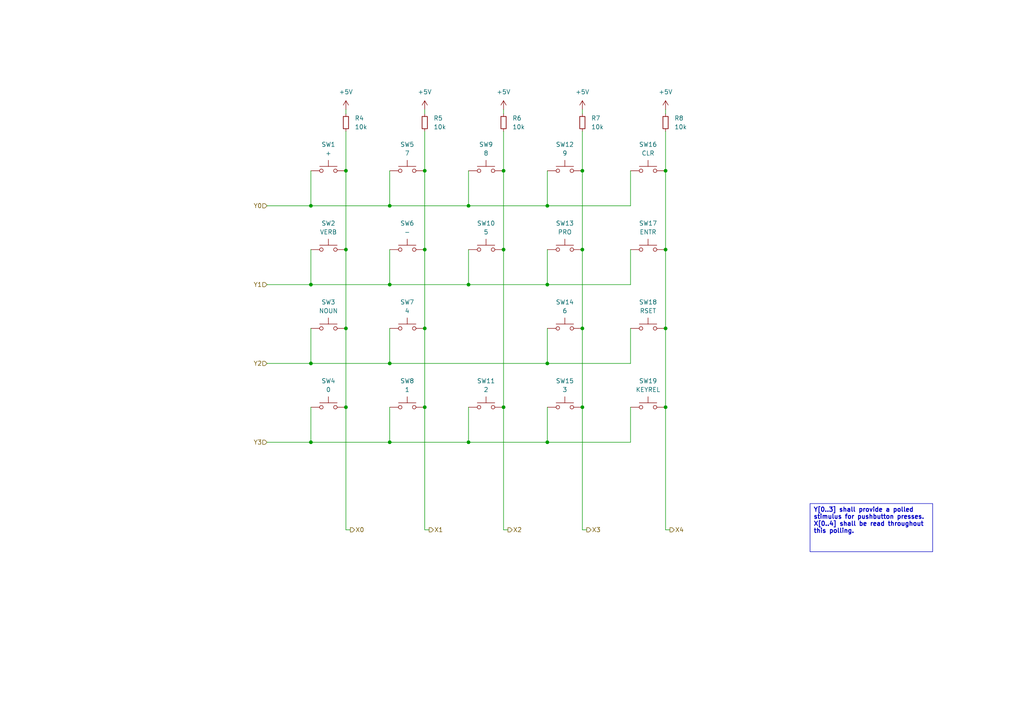
<source format=kicad_sch>
(kicad_sch
	(version 20231120)
	(generator "eeschema")
	(generator_version "8.0")
	(uuid "09b76ad5-68fd-4565-b6d6-3104af96c8bb")
	(paper "A4")
	(title_block
		(title "DSKY Button Matrix")
		(date "2024-06-02")
		(rev "0.5.x")
		(company "Pablo Ortiz López, Evan MacDonald")
	)
	(lib_symbols
		(symbol "Device:R_Small"
			(pin_numbers hide)
			(pin_names
				(offset 0.254) hide)
			(exclude_from_sim no)
			(in_bom yes)
			(on_board yes)
			(property "Reference" "R"
				(at 0.762 0.508 0)
				(effects
					(font
						(size 1.27 1.27)
					)
					(justify left)
				)
			)
			(property "Value" "R_Small"
				(at 0.762 -1.016 0)
				(effects
					(font
						(size 1.27 1.27)
					)
					(justify left)
				)
			)
			(property "Footprint" ""
				(at 0 0 0)
				(effects
					(font
						(size 1.27 1.27)
					)
					(hide yes)
				)
			)
			(property "Datasheet" "~"
				(at 0 0 0)
				(effects
					(font
						(size 1.27 1.27)
					)
					(hide yes)
				)
			)
			(property "Description" "Resistor, small symbol"
				(at 0 0 0)
				(effects
					(font
						(size 1.27 1.27)
					)
					(hide yes)
				)
			)
			(property "ki_keywords" "R resistor"
				(at 0 0 0)
				(effects
					(font
						(size 1.27 1.27)
					)
					(hide yes)
				)
			)
			(property "ki_fp_filters" "R_*"
				(at 0 0 0)
				(effects
					(font
						(size 1.27 1.27)
					)
					(hide yes)
				)
			)
			(symbol "R_Small_0_1"
				(rectangle
					(start -0.762 1.778)
					(end 0.762 -1.778)
					(stroke
						(width 0.2032)
						(type default)
					)
					(fill
						(type none)
					)
				)
			)
			(symbol "R_Small_1_1"
				(pin passive line
					(at 0 2.54 270)
					(length 0.762)
					(name "~"
						(effects
							(font
								(size 1.27 1.27)
							)
						)
					)
					(number "1"
						(effects
							(font
								(size 1.27 1.27)
							)
						)
					)
				)
				(pin passive line
					(at 0 -2.54 90)
					(length 0.762)
					(name "~"
						(effects
							(font
								(size 1.27 1.27)
							)
						)
					)
					(number "2"
						(effects
							(font
								(size 1.27 1.27)
							)
						)
					)
				)
			)
		)
		(symbol "Switch:SW_Push"
			(pin_numbers hide)
			(pin_names
				(offset 1.016) hide)
			(exclude_from_sim no)
			(in_bom yes)
			(on_board yes)
			(property "Reference" "SW"
				(at 1.27 2.54 0)
				(effects
					(font
						(size 1.27 1.27)
					)
					(justify left)
				)
			)
			(property "Value" "SW_Push"
				(at 0 -1.524 0)
				(effects
					(font
						(size 1.27 1.27)
					)
				)
			)
			(property "Footprint" ""
				(at 0 5.08 0)
				(effects
					(font
						(size 1.27 1.27)
					)
					(hide yes)
				)
			)
			(property "Datasheet" "~"
				(at 0 5.08 0)
				(effects
					(font
						(size 1.27 1.27)
					)
					(hide yes)
				)
			)
			(property "Description" "Push button switch, generic, two pins"
				(at 0 0 0)
				(effects
					(font
						(size 1.27 1.27)
					)
					(hide yes)
				)
			)
			(property "ki_keywords" "switch normally-open pushbutton push-button"
				(at 0 0 0)
				(effects
					(font
						(size 1.27 1.27)
					)
					(hide yes)
				)
			)
			(symbol "SW_Push_0_1"
				(circle
					(center -2.032 0)
					(radius 0.508)
					(stroke
						(width 0)
						(type default)
					)
					(fill
						(type none)
					)
				)
				(polyline
					(pts
						(xy 0 1.27) (xy 0 3.048)
					)
					(stroke
						(width 0)
						(type default)
					)
					(fill
						(type none)
					)
				)
				(polyline
					(pts
						(xy 2.54 1.27) (xy -2.54 1.27)
					)
					(stroke
						(width 0)
						(type default)
					)
					(fill
						(type none)
					)
				)
				(circle
					(center 2.032 0)
					(radius 0.508)
					(stroke
						(width 0)
						(type default)
					)
					(fill
						(type none)
					)
				)
				(pin passive line
					(at -5.08 0 0)
					(length 2.54)
					(name "1"
						(effects
							(font
								(size 1.27 1.27)
							)
						)
					)
					(number "1"
						(effects
							(font
								(size 1.27 1.27)
							)
						)
					)
				)
				(pin passive line
					(at 5.08 0 180)
					(length 2.54)
					(name "2"
						(effects
							(font
								(size 1.27 1.27)
							)
						)
					)
					(number "2"
						(effects
							(font
								(size 1.27 1.27)
							)
						)
					)
				)
			)
		)
		(symbol "power:+5V"
			(power)
			(pin_names
				(offset 0)
			)
			(exclude_from_sim no)
			(in_bom yes)
			(on_board yes)
			(property "Reference" "#PWR"
				(at 0 -3.81 0)
				(effects
					(font
						(size 1.27 1.27)
					)
					(hide yes)
				)
			)
			(property "Value" "+5V"
				(at 0 3.556 0)
				(effects
					(font
						(size 1.27 1.27)
					)
				)
			)
			(property "Footprint" ""
				(at 0 0 0)
				(effects
					(font
						(size 1.27 1.27)
					)
					(hide yes)
				)
			)
			(property "Datasheet" ""
				(at 0 0 0)
				(effects
					(font
						(size 1.27 1.27)
					)
					(hide yes)
				)
			)
			(property "Description" "Power symbol creates a global label with name \"+5V\""
				(at 0 0 0)
				(effects
					(font
						(size 1.27 1.27)
					)
					(hide yes)
				)
			)
			(property "ki_keywords" "global power"
				(at 0 0 0)
				(effects
					(font
						(size 1.27 1.27)
					)
					(hide yes)
				)
			)
			(symbol "+5V_0_1"
				(polyline
					(pts
						(xy -0.762 1.27) (xy 0 2.54)
					)
					(stroke
						(width 0)
						(type default)
					)
					(fill
						(type none)
					)
				)
				(polyline
					(pts
						(xy 0 0) (xy 0 2.54)
					)
					(stroke
						(width 0)
						(type default)
					)
					(fill
						(type none)
					)
				)
				(polyline
					(pts
						(xy 0 2.54) (xy 0.762 1.27)
					)
					(stroke
						(width 0)
						(type default)
					)
					(fill
						(type none)
					)
				)
			)
			(symbol "+5V_1_1"
				(pin power_in line
					(at 0 0 90)
					(length 0) hide
					(name "+5V"
						(effects
							(font
								(size 1.27 1.27)
							)
						)
					)
					(number "1"
						(effects
							(font
								(size 1.27 1.27)
							)
						)
					)
				)
			)
		)
	)
	(junction
		(at 146.05 118.11)
		(diameter 0)
		(color 0 0 0 0)
		(uuid "06db4b74-9317-4398-af74-9a8b7e527a5f")
	)
	(junction
		(at 168.91 95.25)
		(diameter 0)
		(color 0 0 0 0)
		(uuid "0a5cbcc0-18ad-4a6e-9212-2936c7667c51")
	)
	(junction
		(at 123.19 72.39)
		(diameter 0)
		(color 0 0 0 0)
		(uuid "0efbc43b-56eb-413e-af08-161d6e0c525b")
	)
	(junction
		(at 158.75 105.41)
		(diameter 0)
		(color 0 0 0 0)
		(uuid "1991084f-3e54-4fb2-b043-52109b1e7779")
	)
	(junction
		(at 123.19 95.25)
		(diameter 0)
		(color 0 0 0 0)
		(uuid "1faa371c-adb5-4b4e-b522-477df0f45c12")
	)
	(junction
		(at 158.75 82.55)
		(diameter 0)
		(color 0 0 0 0)
		(uuid "20ab4569-ad3f-44b1-9433-11b4755e982b")
	)
	(junction
		(at 113.03 128.27)
		(diameter 0)
		(color 0 0 0 0)
		(uuid "2c594534-c056-4617-9771-566daa49ab0a")
	)
	(junction
		(at 100.33 49.53)
		(diameter 0)
		(color 0 0 0 0)
		(uuid "35969b1a-8c4e-433a-a3b7-3b16a1a5f88c")
	)
	(junction
		(at 193.04 118.11)
		(diameter 0)
		(color 0 0 0 0)
		(uuid "37a9992c-0179-4c68-af45-2076c70f651c")
	)
	(junction
		(at 123.19 49.53)
		(diameter 0)
		(color 0 0 0 0)
		(uuid "434e08c2-ebd6-45e2-8bec-ab69f5123145")
	)
	(junction
		(at 158.75 59.69)
		(diameter 0)
		(color 0 0 0 0)
		(uuid "44e3a3ab-582f-478d-9616-03e1be4d85dd")
	)
	(junction
		(at 168.91 49.53)
		(diameter 0)
		(color 0 0 0 0)
		(uuid "46f779e9-b492-4311-84eb-0b34110b2d46")
	)
	(junction
		(at 90.17 128.27)
		(diameter 0)
		(color 0 0 0 0)
		(uuid "4e9399dc-b1a5-45e7-87da-3ef5146102d5")
	)
	(junction
		(at 123.19 118.11)
		(diameter 0)
		(color 0 0 0 0)
		(uuid "554f629a-c05f-4093-863d-cef6d350a996")
	)
	(junction
		(at 168.91 72.39)
		(diameter 0)
		(color 0 0 0 0)
		(uuid "62bb14f6-b3d3-4465-a3ae-21e2c3688cff")
	)
	(junction
		(at 113.03 59.69)
		(diameter 0)
		(color 0 0 0 0)
		(uuid "7269bde8-0762-4b22-936c-92193b3b22eb")
	)
	(junction
		(at 135.89 82.55)
		(diameter 0)
		(color 0 0 0 0)
		(uuid "745a2723-b94e-49a8-b22d-d7c31e03becb")
	)
	(junction
		(at 90.17 105.41)
		(diameter 0)
		(color 0 0 0 0)
		(uuid "748fb940-e443-46cf-b2e5-adb67f3d9c22")
	)
	(junction
		(at 168.91 118.11)
		(diameter 0)
		(color 0 0 0 0)
		(uuid "79323b30-4230-47fb-9846-3c6b5293269d")
	)
	(junction
		(at 90.17 59.69)
		(diameter 0)
		(color 0 0 0 0)
		(uuid "7e53a870-f4dc-406c-9ae1-13d34c43d120")
	)
	(junction
		(at 193.04 72.39)
		(diameter 0)
		(color 0 0 0 0)
		(uuid "849e33a5-d5eb-4050-881e-25e8a2a68f18")
	)
	(junction
		(at 158.75 128.27)
		(diameter 0)
		(color 0 0 0 0)
		(uuid "85c66c91-1d92-4551-ab79-856a93db1da7")
	)
	(junction
		(at 193.04 49.53)
		(diameter 0)
		(color 0 0 0 0)
		(uuid "8ce8ed5e-7de8-415e-8b6b-069385923242")
	)
	(junction
		(at 100.33 72.39)
		(diameter 0)
		(color 0 0 0 0)
		(uuid "958576fb-611c-4e07-90cf-df69aec4691e")
	)
	(junction
		(at 193.04 95.25)
		(diameter 0)
		(color 0 0 0 0)
		(uuid "9bce73d5-3f83-40fa-828c-f9a31dc49796")
	)
	(junction
		(at 100.33 95.25)
		(diameter 0)
		(color 0 0 0 0)
		(uuid "ab4568f4-9e21-45a0-b000-6e0e655695a8")
	)
	(junction
		(at 100.33 118.11)
		(diameter 0)
		(color 0 0 0 0)
		(uuid "b0d35ab6-1211-4ea5-971c-ae37e8840d0d")
	)
	(junction
		(at 135.89 59.69)
		(diameter 0)
		(color 0 0 0 0)
		(uuid "c60f4d98-8460-4a04-958f-325e9d1b3e1c")
	)
	(junction
		(at 135.89 128.27)
		(diameter 0)
		(color 0 0 0 0)
		(uuid "cea36c88-cbe4-4909-b512-ef80f9a5e785")
	)
	(junction
		(at 90.17 82.55)
		(diameter 0)
		(color 0 0 0 0)
		(uuid "e40507a9-8a7f-46d6-a58c-51e3cbd9a1af")
	)
	(junction
		(at 113.03 105.41)
		(diameter 0)
		(color 0 0 0 0)
		(uuid "e689f92a-9924-47ea-beee-4ee6db97769f")
	)
	(junction
		(at 146.05 49.53)
		(diameter 0)
		(color 0 0 0 0)
		(uuid "ea342723-8f8a-47c0-81d5-27816a5dec57")
	)
	(junction
		(at 146.05 72.39)
		(diameter 0)
		(color 0 0 0 0)
		(uuid "f81dbea7-6795-4ec1-ba24-dc85d3d2570f")
	)
	(junction
		(at 113.03 82.55)
		(diameter 0)
		(color 0 0 0 0)
		(uuid "fcb8e16f-8f5a-4e62-b906-8f54077c1a5c")
	)
	(wire
		(pts
			(xy 193.04 95.25) (xy 193.04 118.11)
		)
		(stroke
			(width 0)
			(type default)
		)
		(uuid "01d9b416-6224-4d6d-b939-0ab4b5a648ab")
	)
	(wire
		(pts
			(xy 146.05 72.39) (xy 146.05 118.11)
		)
		(stroke
			(width 0)
			(type default)
		)
		(uuid "0d1fedc6-f28f-48e7-8fa5-d28ef00a5d1e")
	)
	(wire
		(pts
			(xy 194.31 153.67) (xy 193.04 153.67)
		)
		(stroke
			(width 0)
			(type default)
		)
		(uuid "0ec5760e-1471-4c0c-8114-305d38d92a8e")
	)
	(wire
		(pts
			(xy 90.17 82.55) (xy 113.03 82.55)
		)
		(stroke
			(width 0)
			(type default)
		)
		(uuid "15dba982-5cd7-4335-bc7b-f10553d21129")
	)
	(wire
		(pts
			(xy 100.33 38.1) (xy 100.33 49.53)
		)
		(stroke
			(width 0)
			(type default)
		)
		(uuid "284d6d7e-6d1f-465f-82ab-53c70debe9b3")
	)
	(wire
		(pts
			(xy 77.47 128.27) (xy 90.17 128.27)
		)
		(stroke
			(width 0)
			(type default)
		)
		(uuid "2a14ee52-3760-4e52-a816-d5a4730ed289")
	)
	(wire
		(pts
			(xy 124.46 153.67) (xy 123.19 153.67)
		)
		(stroke
			(width 0)
			(type default)
		)
		(uuid "2f11d23b-9da5-4c22-94e1-1153485018ea")
	)
	(wire
		(pts
			(xy 135.89 118.11) (xy 135.89 128.27)
		)
		(stroke
			(width 0)
			(type default)
		)
		(uuid "2fbe3eec-5e65-4a0a-a045-60e93451af04")
	)
	(wire
		(pts
			(xy 113.03 128.27) (xy 135.89 128.27)
		)
		(stroke
			(width 0)
			(type default)
		)
		(uuid "30f74eb0-c329-4ab8-b447-d787924926c4")
	)
	(wire
		(pts
			(xy 77.47 59.69) (xy 90.17 59.69)
		)
		(stroke
			(width 0)
			(type default)
		)
		(uuid "3262b7f0-cc98-45a3-8291-69e3245e4cc9")
	)
	(wire
		(pts
			(xy 168.91 31.75) (xy 168.91 33.02)
		)
		(stroke
			(width 0)
			(type default)
		)
		(uuid "3748218e-90f2-424d-b3ee-95f39bcf5811")
	)
	(wire
		(pts
			(xy 90.17 49.53) (xy 90.17 59.69)
		)
		(stroke
			(width 0)
			(type default)
		)
		(uuid "3b982142-aab9-4cc5-aa31-2f88e55aa33a")
	)
	(wire
		(pts
			(xy 113.03 49.53) (xy 113.03 59.69)
		)
		(stroke
			(width 0)
			(type default)
		)
		(uuid "403ce889-5bfb-4156-b423-315eb7d1ffd2")
	)
	(wire
		(pts
			(xy 135.89 82.55) (xy 158.75 82.55)
		)
		(stroke
			(width 0)
			(type default)
		)
		(uuid "47458634-6386-47ba-994f-b070eaa9095e")
	)
	(wire
		(pts
			(xy 123.19 153.67) (xy 123.19 118.11)
		)
		(stroke
			(width 0)
			(type default)
		)
		(uuid "474a197c-da22-49f5-90be-de07472ed5a5")
	)
	(wire
		(pts
			(xy 146.05 49.53) (xy 146.05 72.39)
		)
		(stroke
			(width 0)
			(type default)
		)
		(uuid "4808e43b-c384-45d7-921b-7cc593501640")
	)
	(wire
		(pts
			(xy 193.04 38.1) (xy 193.04 49.53)
		)
		(stroke
			(width 0)
			(type default)
		)
		(uuid "507d1061-69d6-4c76-b515-0efa0d9f9c5e")
	)
	(wire
		(pts
			(xy 90.17 95.25) (xy 90.17 105.41)
		)
		(stroke
			(width 0)
			(type default)
		)
		(uuid "50bc5d09-159a-43c7-967a-ad2d47cde9d4")
	)
	(wire
		(pts
			(xy 158.75 72.39) (xy 158.75 82.55)
		)
		(stroke
			(width 0)
			(type default)
		)
		(uuid "52ebd699-8990-4996-ab78-a525f336ee1b")
	)
	(wire
		(pts
			(xy 113.03 95.25) (xy 113.03 105.41)
		)
		(stroke
			(width 0)
			(type default)
		)
		(uuid "53a2b489-554e-4557-90bc-a781bcc0eea9")
	)
	(wire
		(pts
			(xy 193.04 72.39) (xy 193.04 95.25)
		)
		(stroke
			(width 0)
			(type default)
		)
		(uuid "549357b0-f00d-4728-a75c-6fb8efd12d2b")
	)
	(wire
		(pts
			(xy 123.19 38.1) (xy 123.19 49.53)
		)
		(stroke
			(width 0)
			(type default)
		)
		(uuid "5625a736-3dc2-4cce-8097-516c09b37c2b")
	)
	(wire
		(pts
			(xy 193.04 31.75) (xy 193.04 33.02)
		)
		(stroke
			(width 0)
			(type default)
		)
		(uuid "5c9bb615-cc23-4de5-ac93-399d91ec27cc")
	)
	(wire
		(pts
			(xy 77.47 82.55) (xy 90.17 82.55)
		)
		(stroke
			(width 0)
			(type default)
		)
		(uuid "654de571-b253-4207-bae1-0ba53e9f6370")
	)
	(wire
		(pts
			(xy 146.05 31.75) (xy 146.05 33.02)
		)
		(stroke
			(width 0)
			(type default)
		)
		(uuid "69d40daf-916c-4ecf-87a8-726d6dc5961e")
	)
	(wire
		(pts
			(xy 113.03 72.39) (xy 113.03 82.55)
		)
		(stroke
			(width 0)
			(type default)
		)
		(uuid "71f441ee-b87f-46c4-a906-ea12e944e845")
	)
	(wire
		(pts
			(xy 170.18 153.67) (xy 168.91 153.67)
		)
		(stroke
			(width 0)
			(type default)
		)
		(uuid "7318368e-0cf8-438c-95d7-9e8a870088e5")
	)
	(wire
		(pts
			(xy 135.89 49.53) (xy 135.89 59.69)
		)
		(stroke
			(width 0)
			(type default)
		)
		(uuid "73deeca9-2893-4173-a082-872752ad31cc")
	)
	(wire
		(pts
			(xy 158.75 128.27) (xy 182.88 128.27)
		)
		(stroke
			(width 0)
			(type default)
		)
		(uuid "768d8498-08ee-4a57-bc99-93a10f28c2ac")
	)
	(wire
		(pts
			(xy 100.33 95.25) (xy 100.33 118.11)
		)
		(stroke
			(width 0)
			(type default)
		)
		(uuid "7bf58775-7b10-4e2b-a2b0-3741a564ad71")
	)
	(wire
		(pts
			(xy 90.17 105.41) (xy 113.03 105.41)
		)
		(stroke
			(width 0)
			(type default)
		)
		(uuid "7d510a2b-4ef6-4433-be81-e5f605ad376f")
	)
	(wire
		(pts
			(xy 123.19 72.39) (xy 123.19 95.25)
		)
		(stroke
			(width 0)
			(type default)
		)
		(uuid "84a0fe2a-dce7-4672-80ab-83bc71b69c62")
	)
	(wire
		(pts
			(xy 182.88 95.25) (xy 182.88 105.41)
		)
		(stroke
			(width 0)
			(type default)
		)
		(uuid "853ddb25-7fea-495f-bc68-98358f5d0631")
	)
	(wire
		(pts
			(xy 182.88 118.11) (xy 182.88 128.27)
		)
		(stroke
			(width 0)
			(type default)
		)
		(uuid "8dba7552-663e-4369-ac49-05320673855c")
	)
	(wire
		(pts
			(xy 101.6 153.67) (xy 100.33 153.67)
		)
		(stroke
			(width 0)
			(type default)
		)
		(uuid "93b31e07-92fe-42b5-89b9-b4cf23e87f60")
	)
	(wire
		(pts
			(xy 168.91 38.1) (xy 168.91 49.53)
		)
		(stroke
			(width 0)
			(type default)
		)
		(uuid "9581a29a-4065-4704-8597-afe11b6072ed")
	)
	(wire
		(pts
			(xy 123.19 31.75) (xy 123.19 33.02)
		)
		(stroke
			(width 0)
			(type default)
		)
		(uuid "96e3d3c9-baa1-4788-adaf-5b53a824ce22")
	)
	(wire
		(pts
			(xy 146.05 38.1) (xy 146.05 49.53)
		)
		(stroke
			(width 0)
			(type default)
		)
		(uuid "a25e757f-a295-4fc9-9d2f-3004a6468f02")
	)
	(wire
		(pts
			(xy 182.88 49.53) (xy 182.88 59.69)
		)
		(stroke
			(width 0)
			(type default)
		)
		(uuid "a3f379a4-9cd4-4940-b319-2516ff26745b")
	)
	(wire
		(pts
			(xy 77.47 105.41) (xy 90.17 105.41)
		)
		(stroke
			(width 0)
			(type default)
		)
		(uuid "a6ed6954-7d44-4aa0-823a-277f7ecca52a")
	)
	(wire
		(pts
			(xy 147.32 153.67) (xy 146.05 153.67)
		)
		(stroke
			(width 0)
			(type default)
		)
		(uuid "aba44ff4-e70e-4cfd-901b-f78c49c5585b")
	)
	(wire
		(pts
			(xy 182.88 72.39) (xy 182.88 82.55)
		)
		(stroke
			(width 0)
			(type default)
		)
		(uuid "af31d91c-bd9b-4af4-95d5-ac90c73c25af")
	)
	(wire
		(pts
			(xy 168.91 95.25) (xy 168.91 118.11)
		)
		(stroke
			(width 0)
			(type default)
		)
		(uuid "afcba877-d2b4-4cad-837e-869f6abfdf31")
	)
	(wire
		(pts
			(xy 100.33 153.67) (xy 100.33 118.11)
		)
		(stroke
			(width 0)
			(type default)
		)
		(uuid "b06722cb-bc84-4445-add2-79834d3c81c5")
	)
	(wire
		(pts
			(xy 193.04 153.67) (xy 193.04 118.11)
		)
		(stroke
			(width 0)
			(type default)
		)
		(uuid "b2d1d867-b91b-4709-96d9-a21220f8b3d4")
	)
	(wire
		(pts
			(xy 113.03 59.69) (xy 135.89 59.69)
		)
		(stroke
			(width 0)
			(type default)
		)
		(uuid "b604a31e-686d-403c-9ecb-7c16c4381c1c")
	)
	(wire
		(pts
			(xy 123.19 95.25) (xy 123.19 118.11)
		)
		(stroke
			(width 0)
			(type default)
		)
		(uuid "b6069cdc-95f8-42cb-a166-d33736d621db")
	)
	(wire
		(pts
			(xy 168.91 153.67) (xy 168.91 118.11)
		)
		(stroke
			(width 0)
			(type default)
		)
		(uuid "ba4dd1e8-e151-4f43-8bfb-1d27827e8b7e")
	)
	(wire
		(pts
			(xy 158.75 118.11) (xy 158.75 128.27)
		)
		(stroke
			(width 0)
			(type default)
		)
		(uuid "bba6e3a7-aa5b-4662-8aba-ffcf62fa705d")
	)
	(wire
		(pts
			(xy 135.89 72.39) (xy 135.89 82.55)
		)
		(stroke
			(width 0)
			(type default)
		)
		(uuid "bbd67b55-008a-4e25-914d-f70365ce7612")
	)
	(wire
		(pts
			(xy 100.33 31.75) (xy 100.33 33.02)
		)
		(stroke
			(width 0)
			(type default)
		)
		(uuid "bbee12df-af86-4043-87fc-eccf3d66154e")
	)
	(wire
		(pts
			(xy 168.91 72.39) (xy 168.91 95.25)
		)
		(stroke
			(width 0)
			(type default)
		)
		(uuid "bf682c86-2fc3-4550-a7d8-011f38779c9b")
	)
	(wire
		(pts
			(xy 158.75 49.53) (xy 158.75 59.69)
		)
		(stroke
			(width 0)
			(type default)
		)
		(uuid "bf8df867-fe2a-4c01-bc66-1b8df17e9daf")
	)
	(wire
		(pts
			(xy 158.75 95.25) (xy 158.75 105.41)
		)
		(stroke
			(width 0)
			(type default)
		)
		(uuid "c0508ae9-2f7c-4b85-b3b9-7fae5bcc7be8")
	)
	(wire
		(pts
			(xy 90.17 118.11) (xy 90.17 128.27)
		)
		(stroke
			(width 0)
			(type default)
		)
		(uuid "c056007f-bfa3-45e5-9351-c004afd93b5e")
	)
	(wire
		(pts
			(xy 113.03 105.41) (xy 158.75 105.41)
		)
		(stroke
			(width 0)
			(type default)
		)
		(uuid "c0d98a2f-dff7-4f9b-b645-d01eb657354f")
	)
	(wire
		(pts
			(xy 135.89 128.27) (xy 158.75 128.27)
		)
		(stroke
			(width 0)
			(type default)
		)
		(uuid "c49ce9fb-7e08-4345-bfce-e46cb671465d")
	)
	(wire
		(pts
			(xy 90.17 59.69) (xy 113.03 59.69)
		)
		(stroke
			(width 0)
			(type default)
		)
		(uuid "c7ee513f-1f54-4f3d-a197-4efd776d5203")
	)
	(wire
		(pts
			(xy 158.75 82.55) (xy 182.88 82.55)
		)
		(stroke
			(width 0)
			(type default)
		)
		(uuid "cd550aea-8572-4e6f-9fdf-51686405aec2")
	)
	(wire
		(pts
			(xy 193.04 49.53) (xy 193.04 72.39)
		)
		(stroke
			(width 0)
			(type default)
		)
		(uuid "ceb2f004-b59e-475d-a066-eefb9912f7ab")
	)
	(wire
		(pts
			(xy 100.33 72.39) (xy 100.33 95.25)
		)
		(stroke
			(width 0)
			(type default)
		)
		(uuid "d498bec8-400e-4ffb-add0-32085fcbb98b")
	)
	(wire
		(pts
			(xy 90.17 72.39) (xy 90.17 82.55)
		)
		(stroke
			(width 0)
			(type default)
		)
		(uuid "d4ab1533-1b2a-4d6b-9143-e1f40365b087")
	)
	(wire
		(pts
			(xy 113.03 82.55) (xy 135.89 82.55)
		)
		(stroke
			(width 0)
			(type default)
		)
		(uuid "d506906a-ef93-4701-aa48-2dc9dc70ddb6")
	)
	(wire
		(pts
			(xy 168.91 49.53) (xy 168.91 72.39)
		)
		(stroke
			(width 0)
			(type default)
		)
		(uuid "e149d08d-1a33-406b-b8a9-ab00034bb3d8")
	)
	(wire
		(pts
			(xy 158.75 105.41) (xy 182.88 105.41)
		)
		(stroke
			(width 0)
			(type default)
		)
		(uuid "e577a725-7f97-4781-bb9f-a5d21a23c200")
	)
	(wire
		(pts
			(xy 158.75 59.69) (xy 182.88 59.69)
		)
		(stroke
			(width 0)
			(type default)
		)
		(uuid "e7f47652-a714-4e3d-b56a-2729aa15b566")
	)
	(wire
		(pts
			(xy 135.89 59.69) (xy 158.75 59.69)
		)
		(stroke
			(width 0)
			(type default)
		)
		(uuid "e9a44c22-cd45-42fc-ba2f-d0a0bce9b21a")
	)
	(wire
		(pts
			(xy 146.05 153.67) (xy 146.05 118.11)
		)
		(stroke
			(width 0)
			(type default)
		)
		(uuid "f3a76d36-13cb-4cb3-803d-95cc71237c47")
	)
	(wire
		(pts
			(xy 90.17 128.27) (xy 113.03 128.27)
		)
		(stroke
			(width 0)
			(type default)
		)
		(uuid "f80286e7-a9eb-40ec-a55d-1b274f5bd5ba")
	)
	(wire
		(pts
			(xy 100.33 49.53) (xy 100.33 72.39)
		)
		(stroke
			(width 0)
			(type default)
		)
		(uuid "f8f95df5-31e4-4476-b955-c0d5434977e9")
	)
	(wire
		(pts
			(xy 123.19 49.53) (xy 123.19 72.39)
		)
		(stroke
			(width 0)
			(type default)
		)
		(uuid "fd33c86e-743d-4ba0-869f-8a55a70a1b41")
	)
	(wire
		(pts
			(xy 113.03 118.11) (xy 113.03 128.27)
		)
		(stroke
			(width 0)
			(type default)
		)
		(uuid "fece864b-56fd-4b67-ba8c-afa9853bdb21")
	)
	(text_box "Y[0..3] shall provide a polled stimulus for pushbutton presses.  X[0..4] shall be read throughout this polling."
		(exclude_from_sim no)
		(at 234.95 146.05 0)
		(size 35.56 13.97)
		(stroke
			(width 0)
			(type default)
		)
		(fill
			(type none)
		)
		(effects
			(font
				(size 1.27 1.27)
				(thickness 0.254)
				(bold yes)
			)
			(justify left top)
		)
		(uuid "9e56058b-0499-4326-83f2-c3c3d1645675")
	)
	(hierarchical_label "X0"
		(shape output)
		(at 101.6 153.67 0)
		(fields_autoplaced yes)
		(effects
			(font
				(size 1.27 1.27)
			)
			(justify left)
		)
		(uuid "208ffec6-17a0-4629-8928-d97e7184a559")
	)
	(hierarchical_label "Y2"
		(shape input)
		(at 77.47 105.41 180)
		(fields_autoplaced yes)
		(effects
			(font
				(size 1.27 1.27)
			)
			(justify right)
		)
		(uuid "2e37aee2-210f-4a5c-852f-17653d7019e9")
	)
	(hierarchical_label "Y1"
		(shape input)
		(at 77.47 82.55 180)
		(fields_autoplaced yes)
		(effects
			(font
				(size 1.27 1.27)
			)
			(justify right)
		)
		(uuid "2f6891a2-c463-4b45-8284-4295ff4a43e3")
	)
	(hierarchical_label "Y3"
		(shape input)
		(at 77.47 128.27 180)
		(fields_autoplaced yes)
		(effects
			(font
				(size 1.27 1.27)
			)
			(justify right)
		)
		(uuid "4fd66b2f-b57d-490f-8df8-67bcaf9d7423")
	)
	(hierarchical_label "X4"
		(shape output)
		(at 194.31 153.67 0)
		(fields_autoplaced yes)
		(effects
			(font
				(size 1.27 1.27)
			)
			(justify left)
		)
		(uuid "5f3f7fb6-9746-46be-8d93-dae59c398116")
	)
	(hierarchical_label "X3"
		(shape output)
		(at 170.18 153.67 0)
		(fields_autoplaced yes)
		(effects
			(font
				(size 1.27 1.27)
			)
			(justify left)
		)
		(uuid "a5cb5137-4ffe-4b73-9ca4-0db81f7dc047")
	)
	(hierarchical_label "Y0"
		(shape input)
		(at 77.47 59.69 180)
		(fields_autoplaced yes)
		(effects
			(font
				(size 1.27 1.27)
			)
			(justify right)
		)
		(uuid "b91a13c1-ce42-4d11-86cd-5ea3fefebc94")
	)
	(hierarchical_label "X1"
		(shape output)
		(at 124.46 153.67 0)
		(fields_autoplaced yes)
		(effects
			(font
				(size 1.27 1.27)
			)
			(justify left)
		)
		(uuid "cdd34310-1c3d-4856-8643-95a5a65eac4a")
	)
	(hierarchical_label "X2"
		(shape output)
		(at 147.32 153.67 0)
		(fields_autoplaced yes)
		(effects
			(font
				(size 1.27 1.27)
			)
			(justify left)
		)
		(uuid "ff043903-07fe-4459-a680-ee732755e6f7")
	)
	(symbol
		(lib_id "Device:R_Small")
		(at 168.91 35.56 0)
		(unit 1)
		(exclude_from_sim no)
		(in_bom yes)
		(on_board yes)
		(dnp no)
		(fields_autoplaced yes)
		(uuid "05277d1a-0b4d-48e6-b7ca-89bbb2a67ec2")
		(property "Reference" "R7"
			(at 171.45 34.29 0)
			(effects
				(font
					(size 1.27 1.27)
				)
				(justify left)
			)
		)
		(property "Value" "10k"
			(at 171.45 36.83 0)
			(effects
				(font
					(size 1.27 1.27)
				)
				(justify left)
			)
		)
		(property "Footprint" "Resistor_SMD:R_1206_3216Metric"
			(at 168.91 35.56 0)
			(effects
				(font
					(size 1.27 1.27)
				)
				(hide yes)
			)
		)
		(property "Datasheet" "~"
			(at 168.91 35.56 0)
			(effects
				(font
					(size 1.27 1.27)
				)
				(hide yes)
			)
		)
		(property "Description" ""
			(at 168.91 35.56 0)
			(effects
				(font
					(size 1.27 1.27)
				)
				(hide yes)
			)
		)
		(property "Part Number" "CR1206-FX-1002ELF"
			(at 100.33 35.56 0)
			(effects
				(font
					(size 1.27 1.27)
				)
				(hide yes)
			)
		)
		(property "Link" "https://www.mouser.com/ProductDetail/652-CR1206FX-1002ELF"
			(at 100.33 35.56 0)
			(effects
				(font
					(size 1.27 1.27)
				)
				(hide yes)
			)
		)
		(pin "1"
			(uuid "48b2072e-9e71-472c-9be8-d06a69bbc9df")
		)
		(pin "2"
			(uuid "5268b770-7519-4cb5-9cc0-6ced45f2e71b")
		)
		(instances
			(project "Single_board"
				(path "/f30854c1-5bc2-470d-aabe-1768a5b01b46/30cf5210-4653-431a-8c35-fb1be44fb9ec"
					(reference "R7")
					(unit 1)
				)
			)
		)
	)
	(symbol
		(lib_id "power:+5V")
		(at 100.33 31.75 0)
		(unit 1)
		(exclude_from_sim no)
		(in_bom yes)
		(on_board yes)
		(dnp no)
		(fields_autoplaced yes)
		(uuid "1404c530-45ed-483e-b0fc-deffe408fb35")
		(property "Reference" "#PWR015"
			(at 100.33 35.56 0)
			(effects
				(font
					(size 1.27 1.27)
				)
				(hide yes)
			)
		)
		(property "Value" "+5V"
			(at 100.33 26.67 0)
			(effects
				(font
					(size 1.27 1.27)
				)
			)
		)
		(property "Footprint" ""
			(at 100.33 31.75 0)
			(effects
				(font
					(size 1.27 1.27)
				)
				(hide yes)
			)
		)
		(property "Datasheet" ""
			(at 100.33 31.75 0)
			(effects
				(font
					(size 1.27 1.27)
				)
				(hide yes)
			)
		)
		(property "Description" ""
			(at 100.33 31.75 0)
			(effects
				(font
					(size 1.27 1.27)
				)
				(hide yes)
			)
		)
		(pin "1"
			(uuid "5b69eff7-89d2-468c-b883-1d96b62c27e9")
		)
		(instances
			(project "Single_board"
				(path "/f30854c1-5bc2-470d-aabe-1768a5b01b46/30cf5210-4653-431a-8c35-fb1be44fb9ec"
					(reference "#PWR015")
					(unit 1)
				)
			)
		)
	)
	(symbol
		(lib_id "Switch:SW_Push")
		(at 140.97 72.39 0)
		(unit 1)
		(exclude_from_sim no)
		(in_bom yes)
		(on_board yes)
		(dnp no)
		(fields_autoplaced yes)
		(uuid "1adbc7ea-c30e-4b37-aa51-1dd87a4d74cc")
		(property "Reference" "SW10"
			(at 140.97 64.77 0)
			(effects
				(font
					(size 1.27 1.27)
				)
			)
		)
		(property "Value" "5"
			(at 140.97 67.31 0)
			(effects
				(font
					(size 1.27 1.27)
				)
			)
		)
		(property "Footprint" "Project Libraries:Kailh_socket_MX"
			(at 140.97 67.31 0)
			(effects
				(font
					(size 1.27 1.27)
				)
				(hide yes)
			)
		)
		(property "Datasheet" "~"
			(at 140.97 67.31 0)
			(effects
				(font
					(size 1.27 1.27)
				)
				(hide yes)
			)
		)
		(property "Description" ""
			(at 140.97 72.39 0)
			(effects
				(font
					(size 1.27 1.27)
				)
				(hide yes)
			)
		)
		(pin "1"
			(uuid "1c054567-09f0-4781-887b-f6b746b3f6a0")
		)
		(pin "2"
			(uuid "bd6c3c05-0940-4494-affe-b02d0050656b")
		)
		(instances
			(project "Single_board"
				(path "/f30854c1-5bc2-470d-aabe-1768a5b01b46/30cf5210-4653-431a-8c35-fb1be44fb9ec"
					(reference "SW10")
					(unit 1)
				)
			)
		)
	)
	(symbol
		(lib_id "Switch:SW_Push")
		(at 187.96 118.11 0)
		(unit 1)
		(exclude_from_sim no)
		(in_bom yes)
		(on_board yes)
		(dnp no)
		(fields_autoplaced yes)
		(uuid "458ad957-1044-4c68-8b99-c65c3fb240dd")
		(property "Reference" "SW19"
			(at 187.96 110.49 0)
			(effects
				(font
					(size 1.27 1.27)
				)
			)
		)
		(property "Value" "KEYREL"
			(at 187.96 113.03 0)
			(effects
				(font
					(size 1.27 1.27)
				)
			)
		)
		(property "Footprint" "Project Libraries:Kailh_socket_MX"
			(at 187.96 113.03 0)
			(effects
				(font
					(size 1.27 1.27)
				)
				(hide yes)
			)
		)
		(property "Datasheet" "~"
			(at 187.96 113.03 0)
			(effects
				(font
					(size 1.27 1.27)
				)
				(hide yes)
			)
		)
		(property "Description" ""
			(at 187.96 118.11 0)
			(effects
				(font
					(size 1.27 1.27)
				)
				(hide yes)
			)
		)
		(pin "1"
			(uuid "24708220-0993-4848-ba72-99fe52753491")
		)
		(pin "2"
			(uuid "e39cb8b9-8509-4c58-a757-b753898de106")
		)
		(instances
			(project "Single_board"
				(path "/f30854c1-5bc2-470d-aabe-1768a5b01b46/30cf5210-4653-431a-8c35-fb1be44fb9ec"
					(reference "SW19")
					(unit 1)
				)
			)
		)
	)
	(symbol
		(lib_id "Device:R_Small")
		(at 100.33 35.56 0)
		(unit 1)
		(exclude_from_sim no)
		(in_bom yes)
		(on_board yes)
		(dnp no)
		(fields_autoplaced yes)
		(uuid "4dd02a97-7b6b-4765-bfe0-54242d201991")
		(property "Reference" "R4"
			(at 102.87 34.29 0)
			(effects
				(font
					(size 1.27 1.27)
				)
				(justify left)
			)
		)
		(property "Value" "10k"
			(at 102.87 36.83 0)
			(effects
				(font
					(size 1.27 1.27)
				)
				(justify left)
			)
		)
		(property "Footprint" "Resistor_SMD:R_1206_3216Metric"
			(at 100.33 35.56 0)
			(effects
				(font
					(size 1.27 1.27)
				)
				(hide yes)
			)
		)
		(property "Datasheet" "~"
			(at 100.33 35.56 0)
			(effects
				(font
					(size 1.27 1.27)
				)
				(hide yes)
			)
		)
		(property "Description" ""
			(at 100.33 35.56 0)
			(effects
				(font
					(size 1.27 1.27)
				)
				(hide yes)
			)
		)
		(property "Part Number" "CR1206-FX-1002ELF"
			(at 100.33 35.56 0)
			(effects
				(font
					(size 1.27 1.27)
				)
				(hide yes)
			)
		)
		(property "Link" "https://www.mouser.com/ProductDetail/652-CR1206FX-1002ELF"
			(at 100.33 35.56 0)
			(effects
				(font
					(size 1.27 1.27)
				)
				(hide yes)
			)
		)
		(pin "1"
			(uuid "600889c2-9c13-420a-b99a-b770da276acd")
		)
		(pin "2"
			(uuid "2db2e113-dc3f-4bc1-b9d1-9049efc74ab2")
		)
		(instances
			(project "Single_board"
				(path "/f30854c1-5bc2-470d-aabe-1768a5b01b46/30cf5210-4653-431a-8c35-fb1be44fb9ec"
					(reference "R4")
					(unit 1)
				)
			)
		)
	)
	(symbol
		(lib_id "Switch:SW_Push")
		(at 95.25 72.39 0)
		(unit 1)
		(exclude_from_sim no)
		(in_bom yes)
		(on_board yes)
		(dnp no)
		(fields_autoplaced yes)
		(uuid "5317098c-7034-4607-b7f6-c3e11ed481e8")
		(property "Reference" "SW2"
			(at 95.25 64.77 0)
			(effects
				(font
					(size 1.27 1.27)
				)
			)
		)
		(property "Value" "VERB"
			(at 95.25 67.31 0)
			(effects
				(font
					(size 1.27 1.27)
				)
			)
		)
		(property "Footprint" "Project Libraries:Kailh_socket_MX"
			(at 95.25 67.31 0)
			(effects
				(font
					(size 1.27 1.27)
				)
				(hide yes)
			)
		)
		(property "Datasheet" "~"
			(at 95.25 67.31 0)
			(effects
				(font
					(size 1.27 1.27)
				)
				(hide yes)
			)
		)
		(property "Description" ""
			(at 95.25 72.39 0)
			(effects
				(font
					(size 1.27 1.27)
				)
				(hide yes)
			)
		)
		(pin "1"
			(uuid "c4069243-407d-43b6-b64e-338f1d6c2baf")
		)
		(pin "2"
			(uuid "e57a56d6-a524-4fa4-93bc-5a0e8a8371f6")
		)
		(instances
			(project "Single_board"
				(path "/f30854c1-5bc2-470d-aabe-1768a5b01b46/30cf5210-4653-431a-8c35-fb1be44fb9ec"
					(reference "SW2")
					(unit 1)
				)
			)
		)
	)
	(symbol
		(lib_id "power:+5V")
		(at 123.19 31.75 0)
		(unit 1)
		(exclude_from_sim no)
		(in_bom yes)
		(on_board yes)
		(dnp no)
		(fields_autoplaced yes)
		(uuid "594a8771-c666-4629-a813-61ab6033c686")
		(property "Reference" "#PWR016"
			(at 123.19 35.56 0)
			(effects
				(font
					(size 1.27 1.27)
				)
				(hide yes)
			)
		)
		(property "Value" "+5V"
			(at 123.19 26.67 0)
			(effects
				(font
					(size 1.27 1.27)
				)
			)
		)
		(property "Footprint" ""
			(at 123.19 31.75 0)
			(effects
				(font
					(size 1.27 1.27)
				)
				(hide yes)
			)
		)
		(property "Datasheet" ""
			(at 123.19 31.75 0)
			(effects
				(font
					(size 1.27 1.27)
				)
				(hide yes)
			)
		)
		(property "Description" ""
			(at 123.19 31.75 0)
			(effects
				(font
					(size 1.27 1.27)
				)
				(hide yes)
			)
		)
		(pin "1"
			(uuid "ce1ae66c-d8e0-4b73-92fe-25738ad73148")
		)
		(instances
			(project "Single_board"
				(path "/f30854c1-5bc2-470d-aabe-1768a5b01b46/30cf5210-4653-431a-8c35-fb1be44fb9ec"
					(reference "#PWR016")
					(unit 1)
				)
			)
		)
	)
	(symbol
		(lib_id "Device:R_Small")
		(at 193.04 35.56 0)
		(unit 1)
		(exclude_from_sim no)
		(in_bom yes)
		(on_board yes)
		(dnp no)
		(fields_autoplaced yes)
		(uuid "59f5b828-7aae-4af6-a8ef-32adaa0500df")
		(property "Reference" "R8"
			(at 195.58 34.29 0)
			(effects
				(font
					(size 1.27 1.27)
				)
				(justify left)
			)
		)
		(property "Value" "10k"
			(at 195.58 36.83 0)
			(effects
				(font
					(size 1.27 1.27)
				)
				(justify left)
			)
		)
		(property "Footprint" "Resistor_SMD:R_1206_3216Metric"
			(at 193.04 35.56 0)
			(effects
				(font
					(size 1.27 1.27)
				)
				(hide yes)
			)
		)
		(property "Datasheet" "~"
			(at 193.04 35.56 0)
			(effects
				(font
					(size 1.27 1.27)
				)
				(hide yes)
			)
		)
		(property "Description" ""
			(at 193.04 35.56 0)
			(effects
				(font
					(size 1.27 1.27)
				)
				(hide yes)
			)
		)
		(property "Part Number" "CR1206-FX-1002ELF"
			(at 100.33 35.56 0)
			(effects
				(font
					(size 1.27 1.27)
				)
				(hide yes)
			)
		)
		(property "Link" "https://www.mouser.com/ProductDetail/652-CR1206FX-1002ELF"
			(at 100.33 35.56 0)
			(effects
				(font
					(size 1.27 1.27)
				)
				(hide yes)
			)
		)
		(pin "1"
			(uuid "143eeec1-8ccb-4295-9e82-43fa66e8a8f3")
		)
		(pin "2"
			(uuid "a3149418-cc90-407d-aa07-54c909fd0e9d")
		)
		(instances
			(project "Single_board"
				(path "/f30854c1-5bc2-470d-aabe-1768a5b01b46/30cf5210-4653-431a-8c35-fb1be44fb9ec"
					(reference "R8")
					(unit 1)
				)
			)
		)
	)
	(symbol
		(lib_id "Switch:SW_Push")
		(at 118.11 49.53 0)
		(unit 1)
		(exclude_from_sim no)
		(in_bom yes)
		(on_board yes)
		(dnp no)
		(fields_autoplaced yes)
		(uuid "6438d4bc-6cc0-490f-b978-bc2b6cfd26d1")
		(property "Reference" "SW5"
			(at 118.11 41.91 0)
			(effects
				(font
					(size 1.27 1.27)
				)
			)
		)
		(property "Value" "7"
			(at 118.11 44.45 0)
			(effects
				(font
					(size 1.27 1.27)
				)
			)
		)
		(property "Footprint" "Project Libraries:Kailh_socket_MX"
			(at 118.11 44.45 0)
			(effects
				(font
					(size 1.27 1.27)
				)
				(hide yes)
			)
		)
		(property "Datasheet" "~"
			(at 118.11 44.45 0)
			(effects
				(font
					(size 1.27 1.27)
				)
				(hide yes)
			)
		)
		(property "Description" ""
			(at 118.11 49.53 0)
			(effects
				(font
					(size 1.27 1.27)
				)
				(hide yes)
			)
		)
		(pin "1"
			(uuid "7cdbdd47-0733-4e84-82fe-40871400ab61")
		)
		(pin "2"
			(uuid "168292ee-af02-4b29-912e-cf0af16e5390")
		)
		(instances
			(project "Single_board"
				(path "/f30854c1-5bc2-470d-aabe-1768a5b01b46/30cf5210-4653-431a-8c35-fb1be44fb9ec"
					(reference "SW5")
					(unit 1)
				)
			)
		)
	)
	(symbol
		(lib_id "Device:R_Small")
		(at 146.05 35.56 0)
		(unit 1)
		(exclude_from_sim no)
		(in_bom yes)
		(on_board yes)
		(dnp no)
		(fields_autoplaced yes)
		(uuid "66edf9ca-9ee0-4c06-8778-f5dca9bfd30d")
		(property "Reference" "R6"
			(at 148.59 34.29 0)
			(effects
				(font
					(size 1.27 1.27)
				)
				(justify left)
			)
		)
		(property "Value" "10k"
			(at 148.59 36.83 0)
			(effects
				(font
					(size 1.27 1.27)
				)
				(justify left)
			)
		)
		(property "Footprint" "Resistor_SMD:R_1206_3216Metric"
			(at 146.05 35.56 0)
			(effects
				(font
					(size 1.27 1.27)
				)
				(hide yes)
			)
		)
		(property "Datasheet" "~"
			(at 146.05 35.56 0)
			(effects
				(font
					(size 1.27 1.27)
				)
				(hide yes)
			)
		)
		(property "Description" ""
			(at 146.05 35.56 0)
			(effects
				(font
					(size 1.27 1.27)
				)
				(hide yes)
			)
		)
		(property "Part Number" "CR1206-FX-1002ELF"
			(at 100.33 35.56 0)
			(effects
				(font
					(size 1.27 1.27)
				)
				(hide yes)
			)
		)
		(property "Link" "https://www.mouser.com/ProductDetail/652-CR1206FX-1002ELF"
			(at 100.33 35.56 0)
			(effects
				(font
					(size 1.27 1.27)
				)
				(hide yes)
			)
		)
		(pin "1"
			(uuid "a79b7212-e8e6-44c2-9398-1847e1cbfddb")
		)
		(pin "2"
			(uuid "6e7505dc-e427-44d8-b7b3-ea9109c75062")
		)
		(instances
			(project "Single_board"
				(path "/f30854c1-5bc2-470d-aabe-1768a5b01b46/30cf5210-4653-431a-8c35-fb1be44fb9ec"
					(reference "R6")
					(unit 1)
				)
			)
		)
	)
	(symbol
		(lib_id "Switch:SW_Push")
		(at 95.25 118.11 0)
		(unit 1)
		(exclude_from_sim no)
		(in_bom yes)
		(on_board yes)
		(dnp no)
		(fields_autoplaced yes)
		(uuid "7098a262-e8f8-4f11-a173-6ae964c0b07c")
		(property "Reference" "SW4"
			(at 95.25 110.49 0)
			(effects
				(font
					(size 1.27 1.27)
				)
			)
		)
		(property "Value" "0"
			(at 95.25 113.03 0)
			(effects
				(font
					(size 1.27 1.27)
				)
			)
		)
		(property "Footprint" "Project Libraries:Kailh_socket_MX"
			(at 95.25 113.03 0)
			(effects
				(font
					(size 1.27 1.27)
				)
				(hide yes)
			)
		)
		(property "Datasheet" "~"
			(at 95.25 113.03 0)
			(effects
				(font
					(size 1.27 1.27)
				)
				(hide yes)
			)
		)
		(property "Description" ""
			(at 95.25 118.11 0)
			(effects
				(font
					(size 1.27 1.27)
				)
				(hide yes)
			)
		)
		(pin "1"
			(uuid "e943f99b-1283-4446-987c-5783b32253ff")
		)
		(pin "2"
			(uuid "fd267183-363e-4e77-b8b6-8d8a360f131e")
		)
		(instances
			(project "Single_board"
				(path "/f30854c1-5bc2-470d-aabe-1768a5b01b46/30cf5210-4653-431a-8c35-fb1be44fb9ec"
					(reference "SW4")
					(unit 1)
				)
			)
		)
	)
	(symbol
		(lib_id "Switch:SW_Push")
		(at 187.96 72.39 0)
		(unit 1)
		(exclude_from_sim no)
		(in_bom yes)
		(on_board yes)
		(dnp no)
		(fields_autoplaced yes)
		(uuid "75b625cc-a25e-4f2a-82dd-aa0b74fefe64")
		(property "Reference" "SW17"
			(at 187.96 64.77 0)
			(effects
				(font
					(size 1.27 1.27)
				)
			)
		)
		(property "Value" "ENTR"
			(at 187.96 67.31 0)
			(effects
				(font
					(size 1.27 1.27)
				)
			)
		)
		(property "Footprint" "Project Libraries:Kailh_socket_MX"
			(at 187.96 67.31 0)
			(effects
				(font
					(size 1.27 1.27)
				)
				(hide yes)
			)
		)
		(property "Datasheet" "~"
			(at 187.96 67.31 0)
			(effects
				(font
					(size 1.27 1.27)
				)
				(hide yes)
			)
		)
		(property "Description" ""
			(at 187.96 72.39 0)
			(effects
				(font
					(size 1.27 1.27)
				)
				(hide yes)
			)
		)
		(pin "1"
			(uuid "d0e5948a-535d-423d-a19f-bd27867c3766")
		)
		(pin "2"
			(uuid "057256fd-684e-4273-bd86-429326b3d36d")
		)
		(instances
			(project "Single_board"
				(path "/f30854c1-5bc2-470d-aabe-1768a5b01b46/30cf5210-4653-431a-8c35-fb1be44fb9ec"
					(reference "SW17")
					(unit 1)
				)
			)
		)
	)
	(symbol
		(lib_id "Switch:SW_Push")
		(at 95.25 49.53 0)
		(unit 1)
		(exclude_from_sim no)
		(in_bom yes)
		(on_board yes)
		(dnp no)
		(fields_autoplaced yes)
		(uuid "7a025123-757a-4abc-aeac-68aa6dc70708")
		(property "Reference" "SW1"
			(at 95.25 41.91 0)
			(effects
				(font
					(size 1.27 1.27)
				)
			)
		)
		(property "Value" "+"
			(at 95.25 44.45 0)
			(effects
				(font
					(size 1.27 1.27)
				)
			)
		)
		(property "Footprint" "Project Libraries:Kailh_socket_MX"
			(at 95.25 44.45 0)
			(effects
				(font
					(size 1.27 1.27)
				)
				(hide yes)
			)
		)
		(property "Datasheet" "~"
			(at 95.25 44.45 0)
			(effects
				(font
					(size 1.27 1.27)
				)
				(hide yes)
			)
		)
		(property "Description" ""
			(at 95.25 49.53 0)
			(effects
				(font
					(size 1.27 1.27)
				)
				(hide yes)
			)
		)
		(pin "1"
			(uuid "a40b0a68-7b0c-4b87-a7ff-b6b43bff3fbd")
		)
		(pin "2"
			(uuid "1db003ef-3426-439c-b730-bd0eb1e1bb6a")
		)
		(instances
			(project "Single_board"
				(path "/f30854c1-5bc2-470d-aabe-1768a5b01b46/30cf5210-4653-431a-8c35-fb1be44fb9ec"
					(reference "SW1")
					(unit 1)
				)
			)
		)
	)
	(symbol
		(lib_id "Switch:SW_Push")
		(at 163.83 72.39 0)
		(unit 1)
		(exclude_from_sim no)
		(in_bom yes)
		(on_board yes)
		(dnp no)
		(fields_autoplaced yes)
		(uuid "8108d3c1-264b-4ff9-b081-bcd2469baba4")
		(property "Reference" "SW13"
			(at 163.83 64.77 0)
			(effects
				(font
					(size 1.27 1.27)
				)
			)
		)
		(property "Value" "PRO"
			(at 163.83 67.31 0)
			(effects
				(font
					(size 1.27 1.27)
				)
			)
		)
		(property "Footprint" "Project Libraries:Kailh_socket_MX"
			(at 163.83 67.31 0)
			(effects
				(font
					(size 1.27 1.27)
				)
				(hide yes)
			)
		)
		(property "Datasheet" "~"
			(at 163.83 67.31 0)
			(effects
				(font
					(size 1.27 1.27)
				)
				(hide yes)
			)
		)
		(property "Description" ""
			(at 163.83 72.39 0)
			(effects
				(font
					(size 1.27 1.27)
				)
				(hide yes)
			)
		)
		(pin "1"
			(uuid "8e9ffee6-e8a6-4d2e-a211-b0f4a27b7074")
		)
		(pin "2"
			(uuid "f6275f54-4cec-476c-b19b-0c7b66f6d751")
		)
		(instances
			(project "Single_board"
				(path "/f30854c1-5bc2-470d-aabe-1768a5b01b46/30cf5210-4653-431a-8c35-fb1be44fb9ec"
					(reference "SW13")
					(unit 1)
				)
			)
		)
	)
	(symbol
		(lib_id "Switch:SW_Push")
		(at 118.11 72.39 0)
		(unit 1)
		(exclude_from_sim no)
		(in_bom yes)
		(on_board yes)
		(dnp no)
		(fields_autoplaced yes)
		(uuid "85b0e518-5524-4fef-83ef-8874afcb73d3")
		(property "Reference" "SW6"
			(at 118.11 64.77 0)
			(effects
				(font
					(size 1.27 1.27)
				)
			)
		)
		(property "Value" "-"
			(at 118.11 67.31 0)
			(effects
				(font
					(size 1.27 1.27)
				)
			)
		)
		(property "Footprint" "Project Libraries:Kailh_socket_MX"
			(at 118.11 67.31 0)
			(effects
				(font
					(size 1.27 1.27)
				)
				(hide yes)
			)
		)
		(property "Datasheet" "~"
			(at 118.11 67.31 0)
			(effects
				(font
					(size 1.27 1.27)
				)
				(hide yes)
			)
		)
		(property "Description" ""
			(at 118.11 72.39 0)
			(effects
				(font
					(size 1.27 1.27)
				)
				(hide yes)
			)
		)
		(pin "1"
			(uuid "9007828d-c905-4cd9-8032-a410229b8c4a")
		)
		(pin "2"
			(uuid "1c3924f2-752e-4842-a26e-f0d56f507808")
		)
		(instances
			(project "Single_board"
				(path "/f30854c1-5bc2-470d-aabe-1768a5b01b46/30cf5210-4653-431a-8c35-fb1be44fb9ec"
					(reference "SW6")
					(unit 1)
				)
			)
		)
	)
	(symbol
		(lib_id "power:+5V")
		(at 168.91 31.75 0)
		(unit 1)
		(exclude_from_sim no)
		(in_bom yes)
		(on_board yes)
		(dnp no)
		(fields_autoplaced yes)
		(uuid "a2d87220-a3c4-44ff-88a3-679dd7b3f1fa")
		(property "Reference" "#PWR018"
			(at 168.91 35.56 0)
			(effects
				(font
					(size 1.27 1.27)
				)
				(hide yes)
			)
		)
		(property "Value" "+5V"
			(at 168.91 26.67 0)
			(effects
				(font
					(size 1.27 1.27)
				)
			)
		)
		(property "Footprint" ""
			(at 168.91 31.75 0)
			(effects
				(font
					(size 1.27 1.27)
				)
				(hide yes)
			)
		)
		(property "Datasheet" ""
			(at 168.91 31.75 0)
			(effects
				(font
					(size 1.27 1.27)
				)
				(hide yes)
			)
		)
		(property "Description" ""
			(at 168.91 31.75 0)
			(effects
				(font
					(size 1.27 1.27)
				)
				(hide yes)
			)
		)
		(pin "1"
			(uuid "edaec667-5097-4ef1-80fd-749b74ee3de7")
		)
		(instances
			(project "Single_board"
				(path "/f30854c1-5bc2-470d-aabe-1768a5b01b46/30cf5210-4653-431a-8c35-fb1be44fb9ec"
					(reference "#PWR018")
					(unit 1)
				)
			)
		)
	)
	(symbol
		(lib_id "power:+5V")
		(at 146.05 31.75 0)
		(unit 1)
		(exclude_from_sim no)
		(in_bom yes)
		(on_board yes)
		(dnp no)
		(fields_autoplaced yes)
		(uuid "a3b25e92-1fd6-43d7-b828-608974b10f49")
		(property "Reference" "#PWR017"
			(at 146.05 35.56 0)
			(effects
				(font
					(size 1.27 1.27)
				)
				(hide yes)
			)
		)
		(property "Value" "+5V"
			(at 146.05 26.67 0)
			(effects
				(font
					(size 1.27 1.27)
				)
			)
		)
		(property "Footprint" ""
			(at 146.05 31.75 0)
			(effects
				(font
					(size 1.27 1.27)
				)
				(hide yes)
			)
		)
		(property "Datasheet" ""
			(at 146.05 31.75 0)
			(effects
				(font
					(size 1.27 1.27)
				)
				(hide yes)
			)
		)
		(property "Description" ""
			(at 146.05 31.75 0)
			(effects
				(font
					(size 1.27 1.27)
				)
				(hide yes)
			)
		)
		(pin "1"
			(uuid "acbb6a50-692d-47f1-84b3-f4f5312c29c9")
		)
		(instances
			(project "Single_board"
				(path "/f30854c1-5bc2-470d-aabe-1768a5b01b46/30cf5210-4653-431a-8c35-fb1be44fb9ec"
					(reference "#PWR017")
					(unit 1)
				)
			)
		)
	)
	(symbol
		(lib_id "Switch:SW_Push")
		(at 140.97 49.53 0)
		(unit 1)
		(exclude_from_sim no)
		(in_bom yes)
		(on_board yes)
		(dnp no)
		(fields_autoplaced yes)
		(uuid "b1181594-10e5-43a5-8240-c1b4d715c618")
		(property "Reference" "SW9"
			(at 140.97 41.91 0)
			(effects
				(font
					(size 1.27 1.27)
				)
			)
		)
		(property "Value" "8"
			(at 140.97 44.45 0)
			(effects
				(font
					(size 1.27 1.27)
				)
			)
		)
		(property "Footprint" "Project Libraries:Kailh_socket_MX"
			(at 140.97 44.45 0)
			(effects
				(font
					(size 1.27 1.27)
				)
				(hide yes)
			)
		)
		(property "Datasheet" "~"
			(at 140.97 44.45 0)
			(effects
				(font
					(size 1.27 1.27)
				)
				(hide yes)
			)
		)
		(property "Description" ""
			(at 140.97 49.53 0)
			(effects
				(font
					(size 1.27 1.27)
				)
				(hide yes)
			)
		)
		(pin "1"
			(uuid "3d160751-a7e9-4e2b-a4ef-c8f269c8128d")
		)
		(pin "2"
			(uuid "376c4739-c373-4e00-8a5b-db33ad1f586a")
		)
		(instances
			(project "Single_board"
				(path "/f30854c1-5bc2-470d-aabe-1768a5b01b46/30cf5210-4653-431a-8c35-fb1be44fb9ec"
					(reference "SW9")
					(unit 1)
				)
			)
		)
	)
	(symbol
		(lib_id "Device:R_Small")
		(at 123.19 35.56 0)
		(unit 1)
		(exclude_from_sim no)
		(in_bom yes)
		(on_board yes)
		(dnp no)
		(fields_autoplaced yes)
		(uuid "bbef92a7-adf1-477f-bef9-1216a4168f79")
		(property "Reference" "R5"
			(at 125.73 34.29 0)
			(effects
				(font
					(size 1.27 1.27)
				)
				(justify left)
			)
		)
		(property "Value" "10k"
			(at 125.73 36.83 0)
			(effects
				(font
					(size 1.27 1.27)
				)
				(justify left)
			)
		)
		(property "Footprint" "Resistor_SMD:R_1206_3216Metric"
			(at 123.19 35.56 0)
			(effects
				(font
					(size 1.27 1.27)
				)
				(hide yes)
			)
		)
		(property "Datasheet" "~"
			(at 123.19 35.56 0)
			(effects
				(font
					(size 1.27 1.27)
				)
				(hide yes)
			)
		)
		(property "Description" ""
			(at 123.19 35.56 0)
			(effects
				(font
					(size 1.27 1.27)
				)
				(hide yes)
			)
		)
		(property "Part Number" "CR1206-FX-1002ELF"
			(at 100.33 35.56 0)
			(effects
				(font
					(size 1.27 1.27)
				)
				(hide yes)
			)
		)
		(property "Link" "https://www.mouser.com/ProductDetail/652-CR1206FX-1002ELF"
			(at 100.33 35.56 0)
			(effects
				(font
					(size 1.27 1.27)
				)
				(hide yes)
			)
		)
		(pin "1"
			(uuid "053e77e0-f32f-4715-88c9-86a50084cc41")
		)
		(pin "2"
			(uuid "6f0e3e5f-89b6-40e8-9622-7299cef25e35")
		)
		(instances
			(project "Single_board"
				(path "/f30854c1-5bc2-470d-aabe-1768a5b01b46/30cf5210-4653-431a-8c35-fb1be44fb9ec"
					(reference "R5")
					(unit 1)
				)
			)
		)
	)
	(symbol
		(lib_id "Switch:SW_Push")
		(at 118.11 95.25 0)
		(unit 1)
		(exclude_from_sim no)
		(in_bom yes)
		(on_board yes)
		(dnp no)
		(fields_autoplaced yes)
		(uuid "c3ec5508-ef26-481f-84b1-864b317d952c")
		(property "Reference" "SW7"
			(at 118.11 87.63 0)
			(effects
				(font
					(size 1.27 1.27)
				)
			)
		)
		(property "Value" "4"
			(at 118.11 90.17 0)
			(effects
				(font
					(size 1.27 1.27)
				)
			)
		)
		(property "Footprint" "Project Libraries:Kailh_socket_MX"
			(at 118.11 90.17 0)
			(effects
				(font
					(size 1.27 1.27)
				)
				(hide yes)
			)
		)
		(property "Datasheet" "~"
			(at 118.11 90.17 0)
			(effects
				(font
					(size 1.27 1.27)
				)
				(hide yes)
			)
		)
		(property "Description" ""
			(at 118.11 95.25 0)
			(effects
				(font
					(size 1.27 1.27)
				)
				(hide yes)
			)
		)
		(pin "1"
			(uuid "65abcffd-9a18-485a-ba73-cde2eb40f41b")
		)
		(pin "2"
			(uuid "8cd44936-0a23-4e3c-8c83-0073a4ddb28f")
		)
		(instances
			(project "Single_board"
				(path "/f30854c1-5bc2-470d-aabe-1768a5b01b46/30cf5210-4653-431a-8c35-fb1be44fb9ec"
					(reference "SW7")
					(unit 1)
				)
			)
		)
	)
	(symbol
		(lib_id "power:+5V")
		(at 193.04 31.75 0)
		(unit 1)
		(exclude_from_sim no)
		(in_bom yes)
		(on_board yes)
		(dnp no)
		(fields_autoplaced yes)
		(uuid "c584101c-2e75-4171-9467-5b1f6e048cba")
		(property "Reference" "#PWR019"
			(at 193.04 35.56 0)
			(effects
				(font
					(size 1.27 1.27)
				)
				(hide yes)
			)
		)
		(property "Value" "+5V"
			(at 193.04 26.67 0)
			(effects
				(font
					(size 1.27 1.27)
				)
			)
		)
		(property "Footprint" ""
			(at 193.04 31.75 0)
			(effects
				(font
					(size 1.27 1.27)
				)
				(hide yes)
			)
		)
		(property "Datasheet" ""
			(at 193.04 31.75 0)
			(effects
				(font
					(size 1.27 1.27)
				)
				(hide yes)
			)
		)
		(property "Description" ""
			(at 193.04 31.75 0)
			(effects
				(font
					(size 1.27 1.27)
				)
				(hide yes)
			)
		)
		(pin "1"
			(uuid "f3b68175-049e-4d83-8ae9-2566a5d105f5")
		)
		(instances
			(project "Single_board"
				(path "/f30854c1-5bc2-470d-aabe-1768a5b01b46/30cf5210-4653-431a-8c35-fb1be44fb9ec"
					(reference "#PWR019")
					(unit 1)
				)
			)
		)
	)
	(symbol
		(lib_id "Switch:SW_Push")
		(at 140.97 118.11 0)
		(unit 1)
		(exclude_from_sim no)
		(in_bom yes)
		(on_board yes)
		(dnp no)
		(fields_autoplaced yes)
		(uuid "cf706fb7-e3cd-411a-9a37-a6c81cc3e6e2")
		(property "Reference" "SW11"
			(at 140.97 110.49 0)
			(effects
				(font
					(size 1.27 1.27)
				)
			)
		)
		(property "Value" "2"
			(at 140.97 113.03 0)
			(effects
				(font
					(size 1.27 1.27)
				)
			)
		)
		(property "Footprint" "Project Libraries:Kailh_socket_MX"
			(at 140.97 113.03 0)
			(effects
				(font
					(size 1.27 1.27)
				)
				(hide yes)
			)
		)
		(property "Datasheet" "~"
			(at 140.97 113.03 0)
			(effects
				(font
					(size 1.27 1.27)
				)
				(hide yes)
			)
		)
		(property "Description" ""
			(at 140.97 118.11 0)
			(effects
				(font
					(size 1.27 1.27)
				)
				(hide yes)
			)
		)
		(pin "1"
			(uuid "f0c84216-5824-413e-a578-a5d1dde20310")
		)
		(pin "2"
			(uuid "19773412-b5de-4903-b612-8a48f183143a")
		)
		(instances
			(project "Single_board"
				(path "/f30854c1-5bc2-470d-aabe-1768a5b01b46/30cf5210-4653-431a-8c35-fb1be44fb9ec"
					(reference "SW11")
					(unit 1)
				)
			)
		)
	)
	(symbol
		(lib_id "Switch:SW_Push")
		(at 163.83 95.25 0)
		(unit 1)
		(exclude_from_sim no)
		(in_bom yes)
		(on_board yes)
		(dnp no)
		(fields_autoplaced yes)
		(uuid "d1be7565-442b-4b9f-a41d-a268327bb059")
		(property "Reference" "SW14"
			(at 163.83 87.63 0)
			(effects
				(font
					(size 1.27 1.27)
				)
			)
		)
		(property "Value" "6"
			(at 163.83 90.17 0)
			(effects
				(font
					(size 1.27 1.27)
				)
			)
		)
		(property "Footprint" "Project Libraries:Kailh_socket_MX"
			(at 163.83 90.17 0)
			(effects
				(font
					(size 1.27 1.27)
				)
				(hide yes)
			)
		)
		(property "Datasheet" "~"
			(at 163.83 90.17 0)
			(effects
				(font
					(size 1.27 1.27)
				)
				(hide yes)
			)
		)
		(property "Description" ""
			(at 163.83 95.25 0)
			(effects
				(font
					(size 1.27 1.27)
				)
				(hide yes)
			)
		)
		(pin "1"
			(uuid "4779416b-b716-472f-a536-5343107917ee")
		)
		(pin "2"
			(uuid "13641235-19ac-4a09-ab4d-3040ac13a631")
		)
		(instances
			(project "Single_board"
				(path "/f30854c1-5bc2-470d-aabe-1768a5b01b46/30cf5210-4653-431a-8c35-fb1be44fb9ec"
					(reference "SW14")
					(unit 1)
				)
			)
		)
	)
	(symbol
		(lib_id "Switch:SW_Push")
		(at 95.25 95.25 0)
		(unit 1)
		(exclude_from_sim no)
		(in_bom yes)
		(on_board yes)
		(dnp no)
		(fields_autoplaced yes)
		(uuid "dc809911-f0f3-43a3-a20e-0c2d689a6485")
		(property "Reference" "SW3"
			(at 95.25 87.63 0)
			(effects
				(font
					(size 1.27 1.27)
				)
			)
		)
		(property "Value" "NOUN"
			(at 95.25 90.17 0)
			(effects
				(font
					(size 1.27 1.27)
				)
			)
		)
		(property "Footprint" "Project Libraries:Kailh_socket_MX"
			(at 95.25 90.17 0)
			(effects
				(font
					(size 1.27 1.27)
				)
				(hide yes)
			)
		)
		(property "Datasheet" "~"
			(at 95.25 90.17 0)
			(effects
				(font
					(size 1.27 1.27)
				)
				(hide yes)
			)
		)
		(property "Description" ""
			(at 95.25 95.25 0)
			(effects
				(font
					(size 1.27 1.27)
				)
				(hide yes)
			)
		)
		(pin "1"
			(uuid "fbe1c7ce-4667-4b07-a231-3c297e3ddbb8")
		)
		(pin "2"
			(uuid "5ec8b6df-940c-44e7-9198-82257d81e1aa")
		)
		(instances
			(project "Single_board"
				(path "/f30854c1-5bc2-470d-aabe-1768a5b01b46/30cf5210-4653-431a-8c35-fb1be44fb9ec"
					(reference "SW3")
					(unit 1)
				)
			)
		)
	)
	(symbol
		(lib_id "Switch:SW_Push")
		(at 163.83 118.11 0)
		(unit 1)
		(exclude_from_sim no)
		(in_bom yes)
		(on_board yes)
		(dnp no)
		(fields_autoplaced yes)
		(uuid "e01cac7e-36fb-4a7c-9c4a-bf437acb068e")
		(property "Reference" "SW15"
			(at 163.83 110.49 0)
			(effects
				(font
					(size 1.27 1.27)
				)
			)
		)
		(property "Value" "3"
			(at 163.83 113.03 0)
			(effects
				(font
					(size 1.27 1.27)
				)
			)
		)
		(property "Footprint" "Project Libraries:Kailh_socket_MX"
			(at 163.83 113.03 0)
			(effects
				(font
					(size 1.27 1.27)
				)
				(hide yes)
			)
		)
		(property "Datasheet" "~"
			(at 163.83 113.03 0)
			(effects
				(font
					(size 1.27 1.27)
				)
				(hide yes)
			)
		)
		(property "Description" ""
			(at 163.83 118.11 0)
			(effects
				(font
					(size 1.27 1.27)
				)
				(hide yes)
			)
		)
		(pin "1"
			(uuid "54a3c7cf-adfe-4281-bbab-bdff9b0c5068")
		)
		(pin "2"
			(uuid "8ff87a6b-4eed-45a3-8c73-bfa56ba14c30")
		)
		(instances
			(project "Single_board"
				(path "/f30854c1-5bc2-470d-aabe-1768a5b01b46/30cf5210-4653-431a-8c35-fb1be44fb9ec"
					(reference "SW15")
					(unit 1)
				)
			)
		)
	)
	(symbol
		(lib_id "Switch:SW_Push")
		(at 163.83 49.53 0)
		(unit 1)
		(exclude_from_sim no)
		(in_bom yes)
		(on_board yes)
		(dnp no)
		(fields_autoplaced yes)
		(uuid "eddfbc68-098a-480e-a318-fdbc41f27a51")
		(property "Reference" "SW12"
			(at 163.83 41.91 0)
			(effects
				(font
					(size 1.27 1.27)
				)
			)
		)
		(property "Value" "9"
			(at 163.83 44.45 0)
			(effects
				(font
					(size 1.27 1.27)
				)
			)
		)
		(property "Footprint" "Project Libraries:Kailh_socket_MX"
			(at 163.83 44.45 0)
			(effects
				(font
					(size 1.27 1.27)
				)
				(hide yes)
			)
		)
		(property "Datasheet" "~"
			(at 163.83 44.45 0)
			(effects
				(font
					(size 1.27 1.27)
				)
				(hide yes)
			)
		)
		(property "Description" ""
			(at 163.83 49.53 0)
			(effects
				(font
					(size 1.27 1.27)
				)
				(hide yes)
			)
		)
		(pin "1"
			(uuid "acde2f7a-6489-4253-b0da-772e72ef0826")
		)
		(pin "2"
			(uuid "f87a9f94-df7e-472d-b498-91e490ab95e3")
		)
		(instances
			(project "Single_board"
				(path "/f30854c1-5bc2-470d-aabe-1768a5b01b46/30cf5210-4653-431a-8c35-fb1be44fb9ec"
					(reference "SW12")
					(unit 1)
				)
			)
		)
	)
	(symbol
		(lib_id "Switch:SW_Push")
		(at 187.96 95.25 0)
		(unit 1)
		(exclude_from_sim no)
		(in_bom yes)
		(on_board yes)
		(dnp no)
		(fields_autoplaced yes)
		(uuid "f3f01d00-ce74-45fd-8a45-0de8f3607261")
		(property "Reference" "SW18"
			(at 187.96 87.63 0)
			(effects
				(font
					(size 1.27 1.27)
				)
			)
		)
		(property "Value" "RSET"
			(at 187.96 90.17 0)
			(effects
				(font
					(size 1.27 1.27)
				)
			)
		)
		(property "Footprint" "Project Libraries:Kailh_socket_MX"
			(at 187.96 90.17 0)
			(effects
				(font
					(size 1.27 1.27)
				)
				(hide yes)
			)
		)
		(property "Datasheet" "~"
			(at 187.96 90.17 0)
			(effects
				(font
					(size 1.27 1.27)
				)
				(hide yes)
			)
		)
		(property "Description" ""
			(at 187.96 95.25 0)
			(effects
				(font
					(size 1.27 1.27)
				)
				(hide yes)
			)
		)
		(pin "1"
			(uuid "1c842031-e569-464f-b1c8-12a2bab1003b")
		)
		(pin "2"
			(uuid "5aca4b25-d689-444c-883c-14cf5f91435d")
		)
		(instances
			(project "Single_board"
				(path "/f30854c1-5bc2-470d-aabe-1768a5b01b46/30cf5210-4653-431a-8c35-fb1be44fb9ec"
					(reference "SW18")
					(unit 1)
				)
			)
		)
	)
	(symbol
		(lib_id "Switch:SW_Push")
		(at 187.96 49.53 0)
		(unit 1)
		(exclude_from_sim no)
		(in_bom yes)
		(on_board yes)
		(dnp no)
		(fields_autoplaced yes)
		(uuid "f8a00192-57e8-4d66-96b1-205a12abeeba")
		(property "Reference" "SW16"
			(at 187.96 41.91 0)
			(effects
				(font
					(size 1.27 1.27)
				)
			)
		)
		(property "Value" "CLR"
			(at 187.96 44.45 0)
			(effects
				(font
					(size 1.27 1.27)
				)
			)
		)
		(property "Footprint" "Project Libraries:Kailh_socket_MX"
			(at 187.96 44.45 0)
			(effects
				(font
					(size 1.27 1.27)
				)
				(hide yes)
			)
		)
		(property "Datasheet" "~"
			(at 187.96 44.45 0)
			(effects
				(font
					(size 1.27 1.27)
				)
				(hide yes)
			)
		)
		(property "Description" ""
			(at 187.96 49.53 0)
			(effects
				(font
					(size 1.27 1.27)
				)
				(hide yes)
			)
		)
		(pin "1"
			(uuid "f11dcdfa-aafd-4348-bff5-75fdf5cf713d")
		)
		(pin "2"
			(uuid "baf5ca6a-81c0-4dbe-ae0d-e5e867f497d2")
		)
		(instances
			(project "Single_board"
				(path "/f30854c1-5bc2-470d-aabe-1768a5b01b46/30cf5210-4653-431a-8c35-fb1be44fb9ec"
					(reference "SW16")
					(unit 1)
				)
			)
		)
	)
	(symbol
		(lib_id "Switch:SW_Push")
		(at 118.11 118.11 0)
		(unit 1)
		(exclude_from_sim no)
		(in_bom yes)
		(on_board yes)
		(dnp no)
		(fields_autoplaced yes)
		(uuid "fe4d5573-1656-404d-808f-8458b4152980")
		(property "Reference" "SW8"
			(at 118.11 110.49 0)
			(effects
				(font
					(size 1.27 1.27)
				)
			)
		)
		(property "Value" "1"
			(at 118.11 113.03 0)
			(effects
				(font
					(size 1.27 1.27)
				)
			)
		)
		(property "Footprint" "Project Libraries:Kailh_socket_MX"
			(at 118.11 113.03 0)
			(effects
				(font
					(size 1.27 1.27)
				)
				(hide yes)
			)
		)
		(property "Datasheet" "~"
			(at 118.11 113.03 0)
			(effects
				(font
					(size 1.27 1.27)
				)
				(hide yes)
			)
		)
		(property "Description" ""
			(at 118.11 118.11 0)
			(effects
				(font
					(size 1.27 1.27)
				)
				(hide yes)
			)
		)
		(pin "1"
			(uuid "5b8f3b57-36e8-47be-a521-9dd396cdd826")
		)
		(pin "2"
			(uuid "ded64340-c3a9-446a-a627-f356f665bdff")
		)
		(instances
			(project "Single_board"
				(path "/f30854c1-5bc2-470d-aabe-1768a5b01b46/30cf5210-4653-431a-8c35-fb1be44fb9ec"
					(reference "SW8")
					(unit 1)
				)
			)
		)
	)
)

</source>
